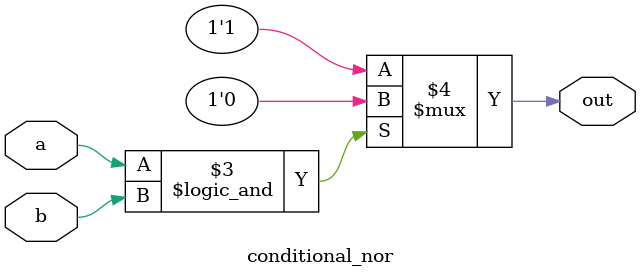
<source format=v>
module conditional_nor (
  input a,
  input b,
  output out
);

  assign out = (a == 1'b1 && b == 1'b1) ? 1'b0 : 1'b1; // NOR using conditional expression

endmodule

</source>
